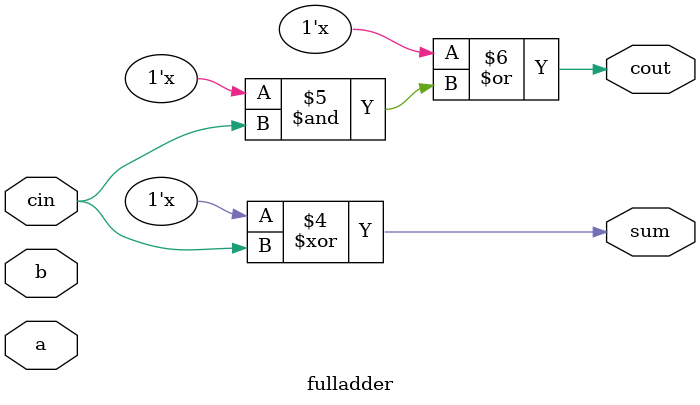
<source format=v>
`timescale 1ns/1ps

module fulladder( input a,b,cin,
		  output reg cout, sum);

   reg 			 p, g;
   always @(*)
     begin
	p <= a ^ b;
	g <= a & b;

	sum <= p ^ cin;
	cout <= g | p & cin;
     end
endmodule // fulladder

</source>
